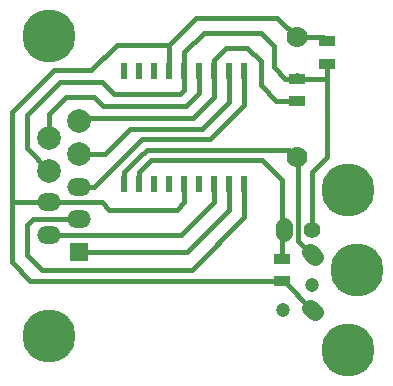
<source format=gbl>
G04 (created by PCBNEW-RS274X (2011-07-08 BZR 3044)-stable) date 29/07/2012 21:08:13*
G01*
G70*
G90*
%MOIN*%
G04 Gerber Fmt 3.4, Leading zero omitted, Abs format*
%FSLAX34Y34*%
G04 APERTURE LIST*
%ADD10C,0.006000*%
%ADD11R,0.021700X0.056300*%
%ADD12R,0.055000X0.035000*%
%ADD13C,0.177200*%
%ADD14R,0.060000X0.060000*%
%ADD15O,0.078700X0.059100*%
%ADD16C,0.078700*%
%ADD17C,0.056000*%
%ADD18C,0.047200*%
%ADD19C,0.056000*%
%ADD20C,0.070000*%
%ADD21C,0.015700*%
%ADD22C,0.008000*%
G04 APERTURE END LIST*
G54D10*
G54D11*
X18500Y-08606D03*
X19000Y-08606D03*
X19500Y-08606D03*
X20000Y-08606D03*
X20500Y-08606D03*
X21000Y-08606D03*
X21500Y-08606D03*
X22000Y-08606D03*
X22500Y-08606D03*
X22500Y-12394D03*
X22000Y-12394D03*
X21500Y-12394D03*
X21000Y-12394D03*
X20500Y-12394D03*
X20000Y-12394D03*
X19500Y-12394D03*
X19000Y-12394D03*
X18500Y-12394D03*
G54D12*
X25250Y-08375D03*
X25250Y-07625D03*
X24250Y-08875D03*
X24250Y-09625D03*
X23750Y-14875D03*
X23750Y-15625D03*
G54D13*
X16000Y-07450D03*
X16000Y-17450D03*
G54D14*
X17000Y-14650D03*
G54D15*
X17000Y-13550D03*
X17000Y-12500D03*
G54D16*
X17000Y-11400D03*
X17000Y-10300D03*
G54D15*
X16000Y-14100D03*
X16000Y-13000D03*
G54D16*
X16000Y-11950D03*
X16000Y-10850D03*
G54D17*
X24694Y-14659D02*
X24854Y-14819D01*
G54D18*
X24774Y-15761D03*
G54D19*
X24774Y-13912D03*
G54D17*
X24694Y-16508D02*
X24854Y-16668D01*
X23810Y-13799D02*
X23810Y-14025D01*
G54D18*
X23790Y-16588D03*
G54D13*
X25955Y-17927D03*
X26269Y-15250D03*
X25955Y-12593D03*
G54D20*
X24250Y-11500D03*
X24250Y-07500D03*
G54D21*
X23750Y-13972D02*
X23810Y-13912D01*
X19000Y-12000D02*
X19400Y-11600D01*
X19000Y-12394D02*
X19000Y-12000D01*
X23100Y-11600D02*
X23750Y-12250D01*
X23750Y-12250D02*
X23750Y-13852D01*
X23750Y-13852D02*
X23810Y-13912D01*
X19400Y-11600D02*
X23100Y-11600D01*
X23750Y-14875D02*
X23750Y-13972D01*
X24300Y-13500D02*
X24300Y-11550D01*
X24739Y-14739D02*
X24300Y-14300D01*
X24300Y-14300D02*
X24300Y-13500D01*
X24774Y-14739D02*
X24739Y-14739D01*
X24300Y-11550D02*
X24250Y-11500D01*
X19250Y-11250D02*
X24000Y-11250D01*
X18500Y-12394D02*
X18500Y-12000D01*
X19250Y-11250D02*
X19000Y-11500D01*
X18500Y-12000D02*
X19000Y-11500D01*
X24000Y-11250D02*
X24250Y-11500D01*
X19900Y-14100D02*
X20400Y-14100D01*
X20400Y-14100D02*
X21500Y-13000D01*
X21500Y-13000D02*
X21500Y-12394D01*
X16000Y-14100D02*
X19900Y-14100D01*
X17700Y-10200D02*
X20800Y-10200D01*
X17000Y-10300D02*
X17100Y-10200D01*
X17700Y-10200D02*
X17100Y-10200D01*
X21500Y-09500D02*
X21500Y-08606D01*
X20800Y-10200D02*
X21500Y-09500D01*
X23050Y-09100D02*
X23575Y-09625D01*
X22600Y-07850D02*
X21900Y-07850D01*
X23050Y-08300D02*
X22600Y-07850D01*
X21500Y-08606D02*
X21500Y-08250D01*
X21750Y-08000D02*
X21500Y-08250D01*
X23050Y-08300D02*
X23050Y-09100D01*
X21900Y-07850D02*
X21750Y-08000D01*
X23575Y-09625D02*
X24250Y-09625D01*
X16000Y-10050D02*
X16000Y-10850D01*
X16550Y-09500D02*
X17500Y-09500D01*
X16000Y-10050D02*
X16550Y-09500D01*
X21000Y-08606D02*
X21000Y-09350D01*
X21000Y-09350D02*
X20550Y-09800D01*
X20550Y-09800D02*
X17800Y-09800D01*
X17800Y-09800D02*
X17500Y-09500D01*
X15450Y-13550D02*
X17000Y-13550D01*
X20750Y-15250D02*
X15750Y-15250D01*
X15250Y-14750D02*
X15250Y-13750D01*
X15750Y-15250D02*
X15250Y-14750D01*
X22500Y-12394D02*
X22500Y-13500D01*
X15250Y-13750D02*
X15450Y-13550D01*
X22500Y-13500D02*
X20750Y-15250D01*
X22000Y-09650D02*
X22000Y-08606D01*
X17000Y-11400D02*
X17850Y-11400D01*
X17850Y-11400D02*
X18700Y-10550D01*
X18700Y-10550D02*
X21100Y-10550D01*
X21100Y-10550D02*
X22000Y-09650D01*
X22500Y-09750D02*
X22500Y-08606D01*
X17500Y-12500D02*
X19100Y-10900D01*
X21350Y-10900D02*
X22500Y-09750D01*
X19100Y-10900D02*
X21350Y-10900D01*
X17000Y-12500D02*
X17500Y-12500D01*
X22000Y-12394D02*
X22000Y-13250D01*
X20600Y-14650D02*
X17000Y-14650D01*
X20600Y-14650D02*
X22000Y-13250D01*
X22800Y-07350D02*
X23050Y-07350D01*
X23875Y-08875D02*
X24250Y-08875D01*
X23500Y-08500D02*
X23875Y-08875D01*
X23500Y-07800D02*
X23500Y-08500D01*
X23050Y-07350D02*
X23500Y-07800D01*
X21150Y-07350D02*
X22800Y-07350D01*
X22800Y-07350D02*
X22850Y-07350D01*
X20500Y-08000D02*
X20500Y-08606D01*
X21150Y-07350D02*
X20500Y-08000D01*
X25250Y-08875D02*
X25250Y-08375D01*
X24250Y-08875D02*
X25250Y-08875D01*
X25250Y-08875D02*
X25250Y-08750D01*
X24774Y-11976D02*
X25250Y-11500D01*
X16350Y-09000D02*
X15250Y-10100D01*
X15250Y-11200D02*
X16000Y-11950D01*
X15250Y-10100D02*
X15250Y-11200D01*
X17750Y-09000D02*
X16350Y-09000D01*
X18150Y-09400D02*
X17750Y-09000D01*
X20350Y-09400D02*
X18150Y-09400D01*
X20500Y-09250D02*
X20350Y-09400D01*
X20500Y-08606D02*
X20500Y-09250D01*
G54D22*
X25250Y-08875D02*
X25250Y-08750D01*
G54D21*
X24250Y-08750D02*
X24250Y-08875D01*
X24774Y-12000D02*
X24774Y-13912D01*
G54D22*
X25250Y-08375D02*
X25250Y-08500D01*
G54D21*
X24774Y-12000D02*
X24774Y-11976D01*
X24250Y-08875D02*
X24250Y-08800D01*
X25250Y-11500D02*
X25250Y-08750D01*
X16000Y-13000D02*
X14750Y-13000D01*
X14750Y-13500D02*
X14750Y-13000D01*
X14750Y-15000D02*
X14750Y-13500D01*
X15375Y-15625D02*
X14750Y-15000D01*
X23750Y-15625D02*
X15375Y-15625D01*
X14750Y-13000D02*
X14750Y-10000D01*
X16150Y-08600D02*
X14750Y-10000D01*
X18250Y-07750D02*
X17400Y-08600D01*
X19750Y-07750D02*
X18250Y-07750D01*
X17400Y-08600D02*
X16150Y-08600D01*
X19750Y-07750D02*
X20000Y-07750D01*
X16000Y-13000D02*
X17750Y-13000D01*
X20500Y-13000D02*
X20500Y-12394D01*
X20250Y-13250D02*
X20500Y-13000D01*
X18000Y-13250D02*
X20250Y-13250D01*
X17750Y-13000D02*
X18000Y-13250D01*
X23811Y-15625D02*
X24774Y-16588D01*
X23750Y-15625D02*
X23811Y-15625D01*
X23600Y-06850D02*
X24250Y-07500D01*
X20000Y-07750D02*
X20900Y-06850D01*
X20900Y-06850D02*
X23600Y-06850D01*
X20000Y-08606D02*
X20000Y-07750D01*
X25125Y-07500D02*
X25250Y-07625D01*
X24250Y-07500D02*
X25125Y-07500D01*
G54D22*
X20000Y-07750D02*
X20000Y-07750D01*
M02*

</source>
